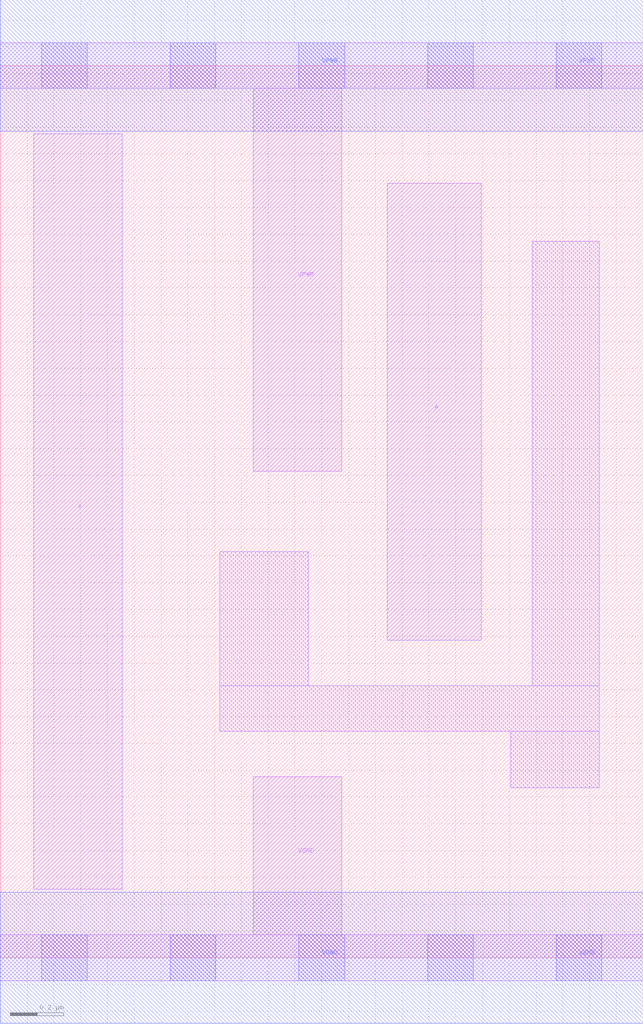
<source format=lef>
# Copyright 2020 The SkyWater PDK Authors
#
# Licensed under the Apache License, Version 2.0 (the "License");
# you may not use this file except in compliance with the License.
# You may obtain a copy of the License at
#
#     https://www.apache.org/licenses/LICENSE-2.0
#
# Unless required by applicable law or agreed to in writing, software
# distributed under the License is distributed on an "AS IS" BASIS,
# WITHOUT WARRANTIES OR CONDITIONS OF ANY KIND, either express or implied.
# See the License for the specific language governing permissions and
# limitations under the License.
#
# SPDX-License-Identifier: Apache-2.0

VERSION 5.7 ;
  NAMESCASESENSITIVE ON ;
  NOWIREEXTENSIONATPIN ON ;
  DIVIDERCHAR "/" ;
  BUSBITCHARS "[]" ;
UNITS
  DATABASE MICRONS 200 ;
END UNITS
MACRO sky130_fd_sc_lp__buflp_1
  CLASS CORE ;
  SOURCE USER ;
  FOREIGN sky130_fd_sc_lp__buflp_1 ;
  ORIGIN  0.000000  0.000000 ;
  SIZE  2.400000 BY  3.330000 ;
  SYMMETRY X Y R90 ;
  SITE unit ;
  PIN A
    ANTENNAGATEAREA  0.318000 ;
    DIRECTION INPUT ;
    USE SIGNAL ;
    PORT
      LAYER li1 ;
        RECT 1.445000 1.185000 1.795000 2.890000 ;
    END
  END A
  PIN X
    ANTENNADIFFAREA  0.598500 ;
    DIRECTION OUTPUT ;
    USE SIGNAL ;
    PORT
      LAYER li1 ;
        RECT 0.125000 0.255000 0.455000 3.075000 ;
    END
  END X
  PIN VGND
    DIRECTION INOUT ;
    USE GROUND ;
    PORT
      LAYER li1 ;
        RECT 0.000000 -0.085000 2.400000 0.085000 ;
        RECT 0.945000  0.085000 1.275000 0.675000 ;
      LAYER mcon ;
        RECT 0.155000 -0.085000 0.325000 0.085000 ;
        RECT 0.635000 -0.085000 0.805000 0.085000 ;
        RECT 1.115000 -0.085000 1.285000 0.085000 ;
        RECT 1.595000 -0.085000 1.765000 0.085000 ;
        RECT 2.075000 -0.085000 2.245000 0.085000 ;
      LAYER met1 ;
        RECT 0.000000 -0.245000 2.400000 0.245000 ;
    END
  END VGND
  PIN VPWR
    DIRECTION INOUT ;
    USE POWER ;
    PORT
      LAYER li1 ;
        RECT 0.000000 3.245000 2.400000 3.415000 ;
        RECT 0.945000 1.815000 1.275000 3.245000 ;
      LAYER mcon ;
        RECT 0.155000 3.245000 0.325000 3.415000 ;
        RECT 0.635000 3.245000 0.805000 3.415000 ;
        RECT 1.115000 3.245000 1.285000 3.415000 ;
        RECT 1.595000 3.245000 1.765000 3.415000 ;
        RECT 2.075000 3.245000 2.245000 3.415000 ;
      LAYER met1 ;
        RECT 0.000000 3.085000 2.400000 3.575000 ;
    END
  END VPWR
  OBS
    LAYER li1 ;
      RECT 0.820000 0.845000 2.235000 1.015000 ;
      RECT 0.820000 1.015000 1.150000 1.515000 ;
      RECT 1.905000 0.635000 2.235000 0.845000 ;
      RECT 1.985000 1.015000 2.235000 2.675000 ;
  END
END sky130_fd_sc_lp__buflp_1

</source>
